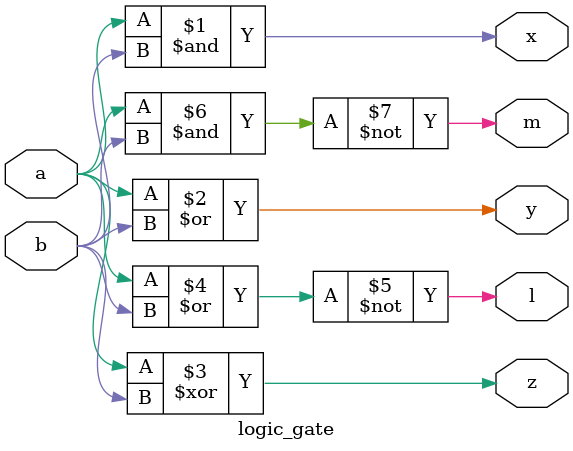
<source format=v>
`timescale 1ns / 1ps


module logic_gate (a, b, x, y, z, l, m);

input a, b;

output x, y, z, l, m;

wire x, y, z, l, m;

assign x = a & b; // and gate
assign y = a | b; // or gate
assign z = a ^ b; // xor gate
assign l = ~(a | b); // nor gate
assign m = ~(a & b); // nand gate

endmodule
</source>
